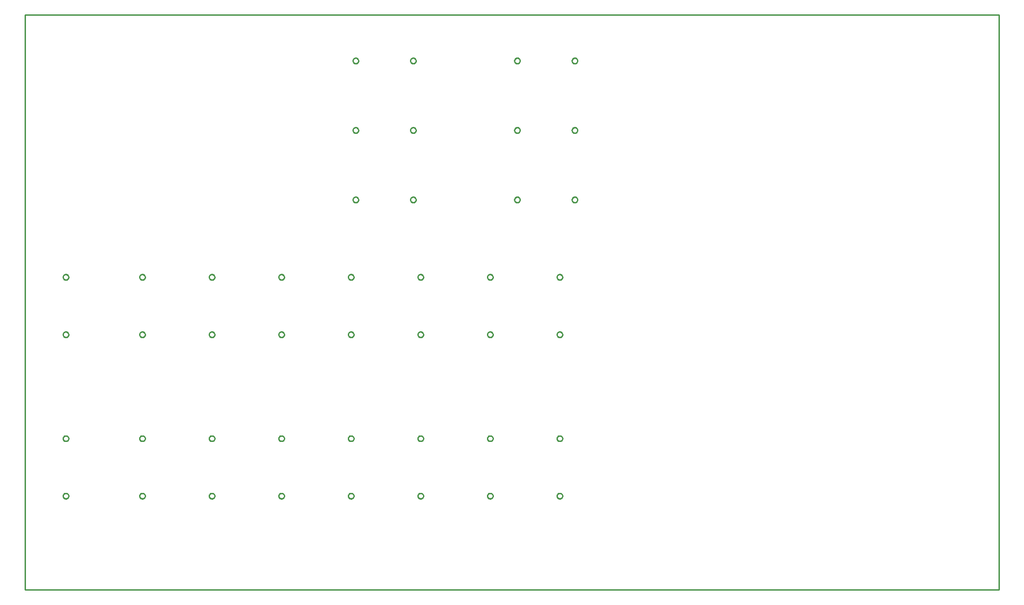
<source format=gbr>
G04 EAGLE Gerber RS-274X export*
G75*
%MOMM*%
%FSLAX34Y34*%
%LPD*%
%IN*%
%IPPOS*%
%AMOC8*
5,1,8,0,0,1.08239X$1,22.5*%
G01*
%ADD10C,0.254000*%


D10*
X-127000Y152400D02*
X1650800Y152400D01*
X1650800Y1203200D01*
X-127000Y1203200D01*
X-127000Y152400D01*
X468281Y329100D02*
X468839Y329037D01*
X469386Y328912D01*
X469916Y328727D01*
X470422Y328483D01*
X470898Y328184D01*
X471337Y327834D01*
X471734Y327437D01*
X472084Y326998D01*
X472383Y326522D01*
X472627Y326016D01*
X472812Y325486D01*
X472937Y324939D01*
X473000Y324381D01*
X473000Y323819D01*
X472937Y323261D01*
X472812Y322714D01*
X472627Y322184D01*
X472383Y321678D01*
X472084Y321202D01*
X471734Y320763D01*
X471337Y320366D01*
X470898Y320016D01*
X470422Y319717D01*
X469916Y319473D01*
X469386Y319288D01*
X468839Y319163D01*
X468281Y319100D01*
X467719Y319100D01*
X467161Y319163D01*
X466614Y319288D01*
X466084Y319473D01*
X465578Y319717D01*
X465102Y320016D01*
X464663Y320366D01*
X464266Y320763D01*
X463916Y321202D01*
X463617Y321678D01*
X463373Y322184D01*
X463188Y322714D01*
X463063Y323261D01*
X463000Y323819D01*
X463000Y324381D01*
X463063Y324939D01*
X463188Y325486D01*
X463373Y326016D01*
X463617Y326522D01*
X463916Y326998D01*
X464266Y327437D01*
X464663Y327834D01*
X465102Y328184D01*
X465578Y328483D01*
X466084Y328727D01*
X466614Y328912D01*
X467161Y329037D01*
X467719Y329100D01*
X468281Y329100D01*
X468281Y434100D02*
X468839Y434037D01*
X469386Y433912D01*
X469916Y433727D01*
X470422Y433483D01*
X470898Y433184D01*
X471337Y432834D01*
X471734Y432437D01*
X472084Y431998D01*
X472383Y431522D01*
X472627Y431016D01*
X472812Y430486D01*
X472937Y429939D01*
X473000Y429381D01*
X473000Y428819D01*
X472937Y428261D01*
X472812Y427714D01*
X472627Y427184D01*
X472383Y426678D01*
X472084Y426202D01*
X471734Y425763D01*
X471337Y425366D01*
X470898Y425016D01*
X470422Y424717D01*
X469916Y424473D01*
X469386Y424288D01*
X468839Y424163D01*
X468281Y424100D01*
X467719Y424100D01*
X467161Y424163D01*
X466614Y424288D01*
X466084Y424473D01*
X465578Y424717D01*
X465102Y425016D01*
X464663Y425366D01*
X464266Y425763D01*
X463916Y426202D01*
X463617Y426678D01*
X463373Y427184D01*
X463188Y427714D01*
X463063Y428261D01*
X463000Y428819D01*
X463000Y429381D01*
X463063Y429939D01*
X463188Y430486D01*
X463373Y431016D01*
X463617Y431522D01*
X463916Y431998D01*
X464266Y432437D01*
X464663Y432834D01*
X465102Y433184D01*
X465578Y433483D01*
X466084Y433727D01*
X466614Y433912D01*
X467161Y434037D01*
X467719Y434100D01*
X468281Y434100D01*
X468281Y624100D02*
X468839Y624037D01*
X469386Y623912D01*
X469916Y623727D01*
X470422Y623483D01*
X470898Y623184D01*
X471337Y622834D01*
X471734Y622437D01*
X472084Y621998D01*
X472383Y621522D01*
X472627Y621016D01*
X472812Y620486D01*
X472937Y619939D01*
X473000Y619381D01*
X473000Y618819D01*
X472937Y618261D01*
X472812Y617714D01*
X472627Y617184D01*
X472383Y616678D01*
X472084Y616202D01*
X471734Y615763D01*
X471337Y615366D01*
X470898Y615016D01*
X470422Y614717D01*
X469916Y614473D01*
X469386Y614288D01*
X468839Y614163D01*
X468281Y614100D01*
X467719Y614100D01*
X467161Y614163D01*
X466614Y614288D01*
X466084Y614473D01*
X465578Y614717D01*
X465102Y615016D01*
X464663Y615366D01*
X464266Y615763D01*
X463916Y616202D01*
X463617Y616678D01*
X463373Y617184D01*
X463188Y617714D01*
X463063Y618261D01*
X463000Y618819D01*
X463000Y619381D01*
X463063Y619939D01*
X463188Y620486D01*
X463373Y621016D01*
X463617Y621522D01*
X463916Y621998D01*
X464266Y622437D01*
X464663Y622834D01*
X465102Y623184D01*
X465578Y623483D01*
X466084Y623727D01*
X466614Y623912D01*
X467161Y624037D01*
X467719Y624100D01*
X468281Y624100D01*
X468281Y729100D02*
X468839Y729037D01*
X469386Y728912D01*
X469916Y728727D01*
X470422Y728483D01*
X470898Y728184D01*
X471337Y727834D01*
X471734Y727437D01*
X472084Y726998D01*
X472383Y726522D01*
X472627Y726016D01*
X472812Y725486D01*
X472937Y724939D01*
X473000Y724381D01*
X473000Y723819D01*
X472937Y723261D01*
X472812Y722714D01*
X472627Y722184D01*
X472383Y721678D01*
X472084Y721202D01*
X471734Y720763D01*
X471337Y720366D01*
X470898Y720016D01*
X470422Y719717D01*
X469916Y719473D01*
X469386Y719288D01*
X468839Y719163D01*
X468281Y719100D01*
X467719Y719100D01*
X467161Y719163D01*
X466614Y719288D01*
X466084Y719473D01*
X465578Y719717D01*
X465102Y720016D01*
X464663Y720366D01*
X464266Y720763D01*
X463916Y721202D01*
X463617Y721678D01*
X463373Y722184D01*
X463188Y722714D01*
X463063Y723261D01*
X463000Y723819D01*
X463000Y724381D01*
X463063Y724939D01*
X463188Y725486D01*
X463373Y726016D01*
X463617Y726522D01*
X463916Y726998D01*
X464266Y727437D01*
X464663Y727834D01*
X465102Y728184D01*
X465578Y728483D01*
X466084Y728727D01*
X466614Y728912D01*
X467161Y729037D01*
X467719Y729100D01*
X468281Y729100D01*
X341281Y329100D02*
X341839Y329037D01*
X342386Y328912D01*
X342916Y328727D01*
X343422Y328483D01*
X343898Y328184D01*
X344337Y327834D01*
X344734Y327437D01*
X345084Y326998D01*
X345383Y326522D01*
X345627Y326016D01*
X345812Y325486D01*
X345937Y324939D01*
X346000Y324381D01*
X346000Y323819D01*
X345937Y323261D01*
X345812Y322714D01*
X345627Y322184D01*
X345383Y321678D01*
X345084Y321202D01*
X344734Y320763D01*
X344337Y320366D01*
X343898Y320016D01*
X343422Y319717D01*
X342916Y319473D01*
X342386Y319288D01*
X341839Y319163D01*
X341281Y319100D01*
X340719Y319100D01*
X340161Y319163D01*
X339614Y319288D01*
X339084Y319473D01*
X338578Y319717D01*
X338102Y320016D01*
X337663Y320366D01*
X337266Y320763D01*
X336916Y321202D01*
X336617Y321678D01*
X336373Y322184D01*
X336188Y322714D01*
X336063Y323261D01*
X336000Y323819D01*
X336000Y324381D01*
X336063Y324939D01*
X336188Y325486D01*
X336373Y326016D01*
X336617Y326522D01*
X336916Y326998D01*
X337266Y327437D01*
X337663Y327834D01*
X338102Y328184D01*
X338578Y328483D01*
X339084Y328727D01*
X339614Y328912D01*
X340161Y329037D01*
X340719Y329100D01*
X341281Y329100D01*
X341281Y434100D02*
X341839Y434037D01*
X342386Y433912D01*
X342916Y433727D01*
X343422Y433483D01*
X343898Y433184D01*
X344337Y432834D01*
X344734Y432437D01*
X345084Y431998D01*
X345383Y431522D01*
X345627Y431016D01*
X345812Y430486D01*
X345937Y429939D01*
X346000Y429381D01*
X346000Y428819D01*
X345937Y428261D01*
X345812Y427714D01*
X345627Y427184D01*
X345383Y426678D01*
X345084Y426202D01*
X344734Y425763D01*
X344337Y425366D01*
X343898Y425016D01*
X343422Y424717D01*
X342916Y424473D01*
X342386Y424288D01*
X341839Y424163D01*
X341281Y424100D01*
X340719Y424100D01*
X340161Y424163D01*
X339614Y424288D01*
X339084Y424473D01*
X338578Y424717D01*
X338102Y425016D01*
X337663Y425366D01*
X337266Y425763D01*
X336916Y426202D01*
X336617Y426678D01*
X336373Y427184D01*
X336188Y427714D01*
X336063Y428261D01*
X336000Y428819D01*
X336000Y429381D01*
X336063Y429939D01*
X336188Y430486D01*
X336373Y431016D01*
X336617Y431522D01*
X336916Y431998D01*
X337266Y432437D01*
X337663Y432834D01*
X338102Y433184D01*
X338578Y433483D01*
X339084Y433727D01*
X339614Y433912D01*
X340161Y434037D01*
X340719Y434100D01*
X341281Y434100D01*
X341281Y624100D02*
X341839Y624037D01*
X342386Y623912D01*
X342916Y623727D01*
X343422Y623483D01*
X343898Y623184D01*
X344337Y622834D01*
X344734Y622437D01*
X345084Y621998D01*
X345383Y621522D01*
X345627Y621016D01*
X345812Y620486D01*
X345937Y619939D01*
X346000Y619381D01*
X346000Y618819D01*
X345937Y618261D01*
X345812Y617714D01*
X345627Y617184D01*
X345383Y616678D01*
X345084Y616202D01*
X344734Y615763D01*
X344337Y615366D01*
X343898Y615016D01*
X343422Y614717D01*
X342916Y614473D01*
X342386Y614288D01*
X341839Y614163D01*
X341281Y614100D01*
X340719Y614100D01*
X340161Y614163D01*
X339614Y614288D01*
X339084Y614473D01*
X338578Y614717D01*
X338102Y615016D01*
X337663Y615366D01*
X337266Y615763D01*
X336916Y616202D01*
X336617Y616678D01*
X336373Y617184D01*
X336188Y617714D01*
X336063Y618261D01*
X336000Y618819D01*
X336000Y619381D01*
X336063Y619939D01*
X336188Y620486D01*
X336373Y621016D01*
X336617Y621522D01*
X336916Y621998D01*
X337266Y622437D01*
X337663Y622834D01*
X338102Y623184D01*
X338578Y623483D01*
X339084Y623727D01*
X339614Y623912D01*
X340161Y624037D01*
X340719Y624100D01*
X341281Y624100D01*
X341281Y729100D02*
X341839Y729037D01*
X342386Y728912D01*
X342916Y728727D01*
X343422Y728483D01*
X343898Y728184D01*
X344337Y727834D01*
X344734Y727437D01*
X345084Y726998D01*
X345383Y726522D01*
X345627Y726016D01*
X345812Y725486D01*
X345937Y724939D01*
X346000Y724381D01*
X346000Y723819D01*
X345937Y723261D01*
X345812Y722714D01*
X345627Y722184D01*
X345383Y721678D01*
X345084Y721202D01*
X344734Y720763D01*
X344337Y720366D01*
X343898Y720016D01*
X343422Y719717D01*
X342916Y719473D01*
X342386Y719288D01*
X341839Y719163D01*
X341281Y719100D01*
X340719Y719100D01*
X340161Y719163D01*
X339614Y719288D01*
X339084Y719473D01*
X338578Y719717D01*
X338102Y720016D01*
X337663Y720366D01*
X337266Y720763D01*
X336916Y721202D01*
X336617Y721678D01*
X336373Y722184D01*
X336188Y722714D01*
X336063Y723261D01*
X336000Y723819D01*
X336000Y724381D01*
X336063Y724939D01*
X336188Y725486D01*
X336373Y726016D01*
X336617Y726522D01*
X336916Y726998D01*
X337266Y727437D01*
X337663Y727834D01*
X338102Y728184D01*
X338578Y728483D01*
X339084Y728727D01*
X339614Y728912D01*
X340161Y729037D01*
X340719Y729100D01*
X341281Y729100D01*
X214281Y329100D02*
X214839Y329037D01*
X215386Y328912D01*
X215916Y328727D01*
X216422Y328483D01*
X216898Y328184D01*
X217337Y327834D01*
X217734Y327437D01*
X218084Y326998D01*
X218383Y326522D01*
X218627Y326016D01*
X218812Y325486D01*
X218937Y324939D01*
X219000Y324381D01*
X219000Y323819D01*
X218937Y323261D01*
X218812Y322714D01*
X218627Y322184D01*
X218383Y321678D01*
X218084Y321202D01*
X217734Y320763D01*
X217337Y320366D01*
X216898Y320016D01*
X216422Y319717D01*
X215916Y319473D01*
X215386Y319288D01*
X214839Y319163D01*
X214281Y319100D01*
X213719Y319100D01*
X213161Y319163D01*
X212614Y319288D01*
X212084Y319473D01*
X211578Y319717D01*
X211102Y320016D01*
X210663Y320366D01*
X210266Y320763D01*
X209916Y321202D01*
X209617Y321678D01*
X209373Y322184D01*
X209188Y322714D01*
X209063Y323261D01*
X209000Y323819D01*
X209000Y324381D01*
X209063Y324939D01*
X209188Y325486D01*
X209373Y326016D01*
X209617Y326522D01*
X209916Y326998D01*
X210266Y327437D01*
X210663Y327834D01*
X211102Y328184D01*
X211578Y328483D01*
X212084Y328727D01*
X212614Y328912D01*
X213161Y329037D01*
X213719Y329100D01*
X214281Y329100D01*
X214281Y434100D02*
X214839Y434037D01*
X215386Y433912D01*
X215916Y433727D01*
X216422Y433483D01*
X216898Y433184D01*
X217337Y432834D01*
X217734Y432437D01*
X218084Y431998D01*
X218383Y431522D01*
X218627Y431016D01*
X218812Y430486D01*
X218937Y429939D01*
X219000Y429381D01*
X219000Y428819D01*
X218937Y428261D01*
X218812Y427714D01*
X218627Y427184D01*
X218383Y426678D01*
X218084Y426202D01*
X217734Y425763D01*
X217337Y425366D01*
X216898Y425016D01*
X216422Y424717D01*
X215916Y424473D01*
X215386Y424288D01*
X214839Y424163D01*
X214281Y424100D01*
X213719Y424100D01*
X213161Y424163D01*
X212614Y424288D01*
X212084Y424473D01*
X211578Y424717D01*
X211102Y425016D01*
X210663Y425366D01*
X210266Y425763D01*
X209916Y426202D01*
X209617Y426678D01*
X209373Y427184D01*
X209188Y427714D01*
X209063Y428261D01*
X209000Y428819D01*
X209000Y429381D01*
X209063Y429939D01*
X209188Y430486D01*
X209373Y431016D01*
X209617Y431522D01*
X209916Y431998D01*
X210266Y432437D01*
X210663Y432834D01*
X211102Y433184D01*
X211578Y433483D01*
X212084Y433727D01*
X212614Y433912D01*
X213161Y434037D01*
X213719Y434100D01*
X214281Y434100D01*
X214281Y624100D02*
X214839Y624037D01*
X215386Y623912D01*
X215916Y623727D01*
X216422Y623483D01*
X216898Y623184D01*
X217337Y622834D01*
X217734Y622437D01*
X218084Y621998D01*
X218383Y621522D01*
X218627Y621016D01*
X218812Y620486D01*
X218937Y619939D01*
X219000Y619381D01*
X219000Y618819D01*
X218937Y618261D01*
X218812Y617714D01*
X218627Y617184D01*
X218383Y616678D01*
X218084Y616202D01*
X217734Y615763D01*
X217337Y615366D01*
X216898Y615016D01*
X216422Y614717D01*
X215916Y614473D01*
X215386Y614288D01*
X214839Y614163D01*
X214281Y614100D01*
X213719Y614100D01*
X213161Y614163D01*
X212614Y614288D01*
X212084Y614473D01*
X211578Y614717D01*
X211102Y615016D01*
X210663Y615366D01*
X210266Y615763D01*
X209916Y616202D01*
X209617Y616678D01*
X209373Y617184D01*
X209188Y617714D01*
X209063Y618261D01*
X209000Y618819D01*
X209000Y619381D01*
X209063Y619939D01*
X209188Y620486D01*
X209373Y621016D01*
X209617Y621522D01*
X209916Y621998D01*
X210266Y622437D01*
X210663Y622834D01*
X211102Y623184D01*
X211578Y623483D01*
X212084Y623727D01*
X212614Y623912D01*
X213161Y624037D01*
X213719Y624100D01*
X214281Y624100D01*
X214281Y729100D02*
X214839Y729037D01*
X215386Y728912D01*
X215916Y728727D01*
X216422Y728483D01*
X216898Y728184D01*
X217337Y727834D01*
X217734Y727437D01*
X218084Y726998D01*
X218383Y726522D01*
X218627Y726016D01*
X218812Y725486D01*
X218937Y724939D01*
X219000Y724381D01*
X219000Y723819D01*
X218937Y723261D01*
X218812Y722714D01*
X218627Y722184D01*
X218383Y721678D01*
X218084Y721202D01*
X217734Y720763D01*
X217337Y720366D01*
X216898Y720016D01*
X216422Y719717D01*
X215916Y719473D01*
X215386Y719288D01*
X214839Y719163D01*
X214281Y719100D01*
X213719Y719100D01*
X213161Y719163D01*
X212614Y719288D01*
X212084Y719473D01*
X211578Y719717D01*
X211102Y720016D01*
X210663Y720366D01*
X210266Y720763D01*
X209916Y721202D01*
X209617Y721678D01*
X209373Y722184D01*
X209188Y722714D01*
X209063Y723261D01*
X209000Y723819D01*
X209000Y724381D01*
X209063Y724939D01*
X209188Y725486D01*
X209373Y726016D01*
X209617Y726522D01*
X209916Y726998D01*
X210266Y727437D01*
X210663Y727834D01*
X211102Y728184D01*
X211578Y728483D01*
X212084Y728727D01*
X212614Y728912D01*
X213161Y729037D01*
X213719Y729100D01*
X214281Y729100D01*
X87281Y329100D02*
X87839Y329037D01*
X88386Y328912D01*
X88916Y328727D01*
X89422Y328483D01*
X89898Y328184D01*
X90337Y327834D01*
X90734Y327437D01*
X91084Y326998D01*
X91383Y326522D01*
X91627Y326016D01*
X91812Y325486D01*
X91937Y324939D01*
X92000Y324381D01*
X92000Y323819D01*
X91937Y323261D01*
X91812Y322714D01*
X91627Y322184D01*
X91383Y321678D01*
X91084Y321202D01*
X90734Y320763D01*
X90337Y320366D01*
X89898Y320016D01*
X89422Y319717D01*
X88916Y319473D01*
X88386Y319288D01*
X87839Y319163D01*
X87281Y319100D01*
X86719Y319100D01*
X86161Y319163D01*
X85614Y319288D01*
X85084Y319473D01*
X84578Y319717D01*
X84102Y320016D01*
X83663Y320366D01*
X83266Y320763D01*
X82916Y321202D01*
X82617Y321678D01*
X82373Y322184D01*
X82188Y322714D01*
X82063Y323261D01*
X82000Y323819D01*
X82000Y324381D01*
X82063Y324939D01*
X82188Y325486D01*
X82373Y326016D01*
X82617Y326522D01*
X82916Y326998D01*
X83266Y327437D01*
X83663Y327834D01*
X84102Y328184D01*
X84578Y328483D01*
X85084Y328727D01*
X85614Y328912D01*
X86161Y329037D01*
X86719Y329100D01*
X87281Y329100D01*
X87281Y434100D02*
X87839Y434037D01*
X88386Y433912D01*
X88916Y433727D01*
X89422Y433483D01*
X89898Y433184D01*
X90337Y432834D01*
X90734Y432437D01*
X91084Y431998D01*
X91383Y431522D01*
X91627Y431016D01*
X91812Y430486D01*
X91937Y429939D01*
X92000Y429381D01*
X92000Y428819D01*
X91937Y428261D01*
X91812Y427714D01*
X91627Y427184D01*
X91383Y426678D01*
X91084Y426202D01*
X90734Y425763D01*
X90337Y425366D01*
X89898Y425016D01*
X89422Y424717D01*
X88916Y424473D01*
X88386Y424288D01*
X87839Y424163D01*
X87281Y424100D01*
X86719Y424100D01*
X86161Y424163D01*
X85614Y424288D01*
X85084Y424473D01*
X84578Y424717D01*
X84102Y425016D01*
X83663Y425366D01*
X83266Y425763D01*
X82916Y426202D01*
X82617Y426678D01*
X82373Y427184D01*
X82188Y427714D01*
X82063Y428261D01*
X82000Y428819D01*
X82000Y429381D01*
X82063Y429939D01*
X82188Y430486D01*
X82373Y431016D01*
X82617Y431522D01*
X82916Y431998D01*
X83266Y432437D01*
X83663Y432834D01*
X84102Y433184D01*
X84578Y433483D01*
X85084Y433727D01*
X85614Y433912D01*
X86161Y434037D01*
X86719Y434100D01*
X87281Y434100D01*
X87281Y624100D02*
X87839Y624037D01*
X88386Y623912D01*
X88916Y623727D01*
X89422Y623483D01*
X89898Y623184D01*
X90337Y622834D01*
X90734Y622437D01*
X91084Y621998D01*
X91383Y621522D01*
X91627Y621016D01*
X91812Y620486D01*
X91937Y619939D01*
X92000Y619381D01*
X92000Y618819D01*
X91937Y618261D01*
X91812Y617714D01*
X91627Y617184D01*
X91383Y616678D01*
X91084Y616202D01*
X90734Y615763D01*
X90337Y615366D01*
X89898Y615016D01*
X89422Y614717D01*
X88916Y614473D01*
X88386Y614288D01*
X87839Y614163D01*
X87281Y614100D01*
X86719Y614100D01*
X86161Y614163D01*
X85614Y614288D01*
X85084Y614473D01*
X84578Y614717D01*
X84102Y615016D01*
X83663Y615366D01*
X83266Y615763D01*
X82916Y616202D01*
X82617Y616678D01*
X82373Y617184D01*
X82188Y617714D01*
X82063Y618261D01*
X82000Y618819D01*
X82000Y619381D01*
X82063Y619939D01*
X82188Y620486D01*
X82373Y621016D01*
X82617Y621522D01*
X82916Y621998D01*
X83266Y622437D01*
X83663Y622834D01*
X84102Y623184D01*
X84578Y623483D01*
X85084Y623727D01*
X85614Y623912D01*
X86161Y624037D01*
X86719Y624100D01*
X87281Y624100D01*
X87281Y729100D02*
X87839Y729037D01*
X88386Y728912D01*
X88916Y728727D01*
X89422Y728483D01*
X89898Y728184D01*
X90337Y727834D01*
X90734Y727437D01*
X91084Y726998D01*
X91383Y726522D01*
X91627Y726016D01*
X91812Y725486D01*
X91937Y724939D01*
X92000Y724381D01*
X92000Y723819D01*
X91937Y723261D01*
X91812Y722714D01*
X91627Y722184D01*
X91383Y721678D01*
X91084Y721202D01*
X90734Y720763D01*
X90337Y720366D01*
X89898Y720016D01*
X89422Y719717D01*
X88916Y719473D01*
X88386Y719288D01*
X87839Y719163D01*
X87281Y719100D01*
X86719Y719100D01*
X86161Y719163D01*
X85614Y719288D01*
X85084Y719473D01*
X84578Y719717D01*
X84102Y720016D01*
X83663Y720366D01*
X83266Y720763D01*
X82916Y721202D01*
X82617Y721678D01*
X82373Y722184D01*
X82188Y722714D01*
X82063Y723261D01*
X82000Y723819D01*
X82000Y724381D01*
X82063Y724939D01*
X82188Y725486D01*
X82373Y726016D01*
X82617Y726522D01*
X82916Y726998D01*
X83266Y727437D01*
X83663Y727834D01*
X84102Y728184D01*
X84578Y728483D01*
X85084Y728727D01*
X85614Y728912D01*
X86161Y729037D01*
X86719Y729100D01*
X87281Y729100D01*
X-52419Y329100D02*
X-51861Y329037D01*
X-51314Y328912D01*
X-50784Y328727D01*
X-50278Y328483D01*
X-49802Y328184D01*
X-49363Y327834D01*
X-48966Y327437D01*
X-48616Y326998D01*
X-48317Y326522D01*
X-48073Y326016D01*
X-47888Y325486D01*
X-47763Y324939D01*
X-47700Y324381D01*
X-47700Y323819D01*
X-47763Y323261D01*
X-47888Y322714D01*
X-48073Y322184D01*
X-48317Y321678D01*
X-48616Y321202D01*
X-48966Y320763D01*
X-49363Y320366D01*
X-49802Y320016D01*
X-50278Y319717D01*
X-50784Y319473D01*
X-51314Y319288D01*
X-51861Y319163D01*
X-52419Y319100D01*
X-52981Y319100D01*
X-53539Y319163D01*
X-54086Y319288D01*
X-54616Y319473D01*
X-55122Y319717D01*
X-55598Y320016D01*
X-56037Y320366D01*
X-56434Y320763D01*
X-56784Y321202D01*
X-57083Y321678D01*
X-57327Y322184D01*
X-57512Y322714D01*
X-57637Y323261D01*
X-57700Y323819D01*
X-57700Y324381D01*
X-57637Y324939D01*
X-57512Y325486D01*
X-57327Y326016D01*
X-57083Y326522D01*
X-56784Y326998D01*
X-56434Y327437D01*
X-56037Y327834D01*
X-55598Y328184D01*
X-55122Y328483D01*
X-54616Y328727D01*
X-54086Y328912D01*
X-53539Y329037D01*
X-52981Y329100D01*
X-52419Y329100D01*
X-52419Y434100D02*
X-51861Y434037D01*
X-51314Y433912D01*
X-50784Y433727D01*
X-50278Y433483D01*
X-49802Y433184D01*
X-49363Y432834D01*
X-48966Y432437D01*
X-48616Y431998D01*
X-48317Y431522D01*
X-48073Y431016D01*
X-47888Y430486D01*
X-47763Y429939D01*
X-47700Y429381D01*
X-47700Y428819D01*
X-47763Y428261D01*
X-47888Y427714D01*
X-48073Y427184D01*
X-48317Y426678D01*
X-48616Y426202D01*
X-48966Y425763D01*
X-49363Y425366D01*
X-49802Y425016D01*
X-50278Y424717D01*
X-50784Y424473D01*
X-51314Y424288D01*
X-51861Y424163D01*
X-52419Y424100D01*
X-52981Y424100D01*
X-53539Y424163D01*
X-54086Y424288D01*
X-54616Y424473D01*
X-55122Y424717D01*
X-55598Y425016D01*
X-56037Y425366D01*
X-56434Y425763D01*
X-56784Y426202D01*
X-57083Y426678D01*
X-57327Y427184D01*
X-57512Y427714D01*
X-57637Y428261D01*
X-57700Y428819D01*
X-57700Y429381D01*
X-57637Y429939D01*
X-57512Y430486D01*
X-57327Y431016D01*
X-57083Y431522D01*
X-56784Y431998D01*
X-56434Y432437D01*
X-56037Y432834D01*
X-55598Y433184D01*
X-55122Y433483D01*
X-54616Y433727D01*
X-54086Y433912D01*
X-53539Y434037D01*
X-52981Y434100D01*
X-52419Y434100D01*
X-52419Y624100D02*
X-51861Y624037D01*
X-51314Y623912D01*
X-50784Y623727D01*
X-50278Y623483D01*
X-49802Y623184D01*
X-49363Y622834D01*
X-48966Y622437D01*
X-48616Y621998D01*
X-48317Y621522D01*
X-48073Y621016D01*
X-47888Y620486D01*
X-47763Y619939D01*
X-47700Y619381D01*
X-47700Y618819D01*
X-47763Y618261D01*
X-47888Y617714D01*
X-48073Y617184D01*
X-48317Y616678D01*
X-48616Y616202D01*
X-48966Y615763D01*
X-49363Y615366D01*
X-49802Y615016D01*
X-50278Y614717D01*
X-50784Y614473D01*
X-51314Y614288D01*
X-51861Y614163D01*
X-52419Y614100D01*
X-52981Y614100D01*
X-53539Y614163D01*
X-54086Y614288D01*
X-54616Y614473D01*
X-55122Y614717D01*
X-55598Y615016D01*
X-56037Y615366D01*
X-56434Y615763D01*
X-56784Y616202D01*
X-57083Y616678D01*
X-57327Y617184D01*
X-57512Y617714D01*
X-57637Y618261D01*
X-57700Y618819D01*
X-57700Y619381D01*
X-57637Y619939D01*
X-57512Y620486D01*
X-57327Y621016D01*
X-57083Y621522D01*
X-56784Y621998D01*
X-56434Y622437D01*
X-56037Y622834D01*
X-55598Y623184D01*
X-55122Y623483D01*
X-54616Y623727D01*
X-54086Y623912D01*
X-53539Y624037D01*
X-52981Y624100D01*
X-52419Y624100D01*
X-52419Y729100D02*
X-51861Y729037D01*
X-51314Y728912D01*
X-50784Y728727D01*
X-50278Y728483D01*
X-49802Y728184D01*
X-49363Y727834D01*
X-48966Y727437D01*
X-48616Y726998D01*
X-48317Y726522D01*
X-48073Y726016D01*
X-47888Y725486D01*
X-47763Y724939D01*
X-47700Y724381D01*
X-47700Y723819D01*
X-47763Y723261D01*
X-47888Y722714D01*
X-48073Y722184D01*
X-48317Y721678D01*
X-48616Y721202D01*
X-48966Y720763D01*
X-49363Y720366D01*
X-49802Y720016D01*
X-50278Y719717D01*
X-50784Y719473D01*
X-51314Y719288D01*
X-51861Y719163D01*
X-52419Y719100D01*
X-52981Y719100D01*
X-53539Y719163D01*
X-54086Y719288D01*
X-54616Y719473D01*
X-55122Y719717D01*
X-55598Y720016D01*
X-56037Y720366D01*
X-56434Y720763D01*
X-56784Y721202D01*
X-57083Y721678D01*
X-57327Y722184D01*
X-57512Y722714D01*
X-57637Y723261D01*
X-57700Y723819D01*
X-57700Y724381D01*
X-57637Y724939D01*
X-57512Y725486D01*
X-57327Y726016D01*
X-57083Y726522D01*
X-56784Y726998D01*
X-56434Y727437D01*
X-56037Y727834D01*
X-55598Y728184D01*
X-55122Y728483D01*
X-54616Y728727D01*
X-54086Y728912D01*
X-53539Y729037D01*
X-52981Y729100D01*
X-52419Y729100D01*
X481500Y992219D02*
X481437Y991661D01*
X481312Y991114D01*
X481127Y990584D01*
X480883Y990078D01*
X480584Y989602D01*
X480234Y989163D01*
X479837Y988766D01*
X479398Y988416D01*
X478922Y988117D01*
X478416Y987873D01*
X477886Y987688D01*
X477339Y987563D01*
X476781Y987500D01*
X476219Y987500D01*
X475661Y987563D01*
X475114Y987688D01*
X474584Y987873D01*
X474078Y988117D01*
X473602Y988416D01*
X473163Y988766D01*
X472766Y989163D01*
X472416Y989602D01*
X472117Y990078D01*
X471873Y990584D01*
X471688Y991114D01*
X471563Y991661D01*
X471500Y992219D01*
X471500Y992781D01*
X471563Y993339D01*
X471688Y993886D01*
X471873Y994416D01*
X472117Y994922D01*
X472416Y995398D01*
X472766Y995837D01*
X473163Y996234D01*
X473602Y996584D01*
X474078Y996883D01*
X474584Y997127D01*
X475114Y997312D01*
X475661Y997437D01*
X476219Y997500D01*
X476781Y997500D01*
X477339Y997437D01*
X477886Y997312D01*
X478416Y997127D01*
X478922Y996883D01*
X479398Y996584D01*
X479837Y996234D01*
X480234Y995837D01*
X480584Y995398D01*
X480883Y994922D01*
X481127Y994416D01*
X481312Y993886D01*
X481437Y993339D01*
X481500Y992781D01*
X481500Y992219D01*
X586500Y992219D02*
X586437Y991661D01*
X586312Y991114D01*
X586127Y990584D01*
X585883Y990078D01*
X585584Y989602D01*
X585234Y989163D01*
X584837Y988766D01*
X584398Y988416D01*
X583922Y988117D01*
X583416Y987873D01*
X582886Y987688D01*
X582339Y987563D01*
X581781Y987500D01*
X581219Y987500D01*
X580661Y987563D01*
X580114Y987688D01*
X579584Y987873D01*
X579078Y988117D01*
X578602Y988416D01*
X578163Y988766D01*
X577766Y989163D01*
X577416Y989602D01*
X577117Y990078D01*
X576873Y990584D01*
X576688Y991114D01*
X576563Y991661D01*
X576500Y992219D01*
X576500Y992781D01*
X576563Y993339D01*
X576688Y993886D01*
X576873Y994416D01*
X577117Y994922D01*
X577416Y995398D01*
X577766Y995837D01*
X578163Y996234D01*
X578602Y996584D01*
X579078Y996883D01*
X579584Y997127D01*
X580114Y997312D01*
X580661Y997437D01*
X581219Y997500D01*
X581781Y997500D01*
X582339Y997437D01*
X582886Y997312D01*
X583416Y997127D01*
X583922Y996883D01*
X584398Y996584D01*
X584837Y996234D01*
X585234Y995837D01*
X585584Y995398D01*
X585883Y994922D01*
X586127Y994416D01*
X586312Y993886D01*
X586437Y993339D01*
X586500Y992781D01*
X586500Y992219D01*
X776500Y992219D02*
X776437Y991661D01*
X776312Y991114D01*
X776127Y990584D01*
X775883Y990078D01*
X775584Y989602D01*
X775234Y989163D01*
X774837Y988766D01*
X774398Y988416D01*
X773922Y988117D01*
X773416Y987873D01*
X772886Y987688D01*
X772339Y987563D01*
X771781Y987500D01*
X771219Y987500D01*
X770661Y987563D01*
X770114Y987688D01*
X769584Y987873D01*
X769078Y988117D01*
X768602Y988416D01*
X768163Y988766D01*
X767766Y989163D01*
X767416Y989602D01*
X767117Y990078D01*
X766873Y990584D01*
X766688Y991114D01*
X766563Y991661D01*
X766500Y992219D01*
X766500Y992781D01*
X766563Y993339D01*
X766688Y993886D01*
X766873Y994416D01*
X767117Y994922D01*
X767416Y995398D01*
X767766Y995837D01*
X768163Y996234D01*
X768602Y996584D01*
X769078Y996883D01*
X769584Y997127D01*
X770114Y997312D01*
X770661Y997437D01*
X771219Y997500D01*
X771781Y997500D01*
X772339Y997437D01*
X772886Y997312D01*
X773416Y997127D01*
X773922Y996883D01*
X774398Y996584D01*
X774837Y996234D01*
X775234Y995837D01*
X775584Y995398D01*
X775883Y994922D01*
X776127Y994416D01*
X776312Y993886D01*
X776437Y993339D01*
X776500Y992781D01*
X776500Y992219D01*
X881500Y992219D02*
X881437Y991661D01*
X881312Y991114D01*
X881127Y990584D01*
X880883Y990078D01*
X880584Y989602D01*
X880234Y989163D01*
X879837Y988766D01*
X879398Y988416D01*
X878922Y988117D01*
X878416Y987873D01*
X877886Y987688D01*
X877339Y987563D01*
X876781Y987500D01*
X876219Y987500D01*
X875661Y987563D01*
X875114Y987688D01*
X874584Y987873D01*
X874078Y988117D01*
X873602Y988416D01*
X873163Y988766D01*
X872766Y989163D01*
X872416Y989602D01*
X872117Y990078D01*
X871873Y990584D01*
X871688Y991114D01*
X871563Y991661D01*
X871500Y992219D01*
X871500Y992781D01*
X871563Y993339D01*
X871688Y993886D01*
X871873Y994416D01*
X872117Y994922D01*
X872416Y995398D01*
X872766Y995837D01*
X873163Y996234D01*
X873602Y996584D01*
X874078Y996883D01*
X874584Y997127D01*
X875114Y997312D01*
X875661Y997437D01*
X876219Y997500D01*
X876781Y997500D01*
X877339Y997437D01*
X877886Y997312D01*
X878416Y997127D01*
X878922Y996883D01*
X879398Y996584D01*
X879837Y996234D01*
X880234Y995837D01*
X880584Y995398D01*
X880883Y994922D01*
X881127Y994416D01*
X881312Y993886D01*
X881437Y993339D01*
X881500Y992781D01*
X881500Y992219D01*
X481500Y1119219D02*
X481437Y1118661D01*
X481312Y1118114D01*
X481127Y1117584D01*
X480883Y1117078D01*
X480584Y1116602D01*
X480234Y1116163D01*
X479837Y1115766D01*
X479398Y1115416D01*
X478922Y1115117D01*
X478416Y1114873D01*
X477886Y1114688D01*
X477339Y1114563D01*
X476781Y1114500D01*
X476219Y1114500D01*
X475661Y1114563D01*
X475114Y1114688D01*
X474584Y1114873D01*
X474078Y1115117D01*
X473602Y1115416D01*
X473163Y1115766D01*
X472766Y1116163D01*
X472416Y1116602D01*
X472117Y1117078D01*
X471873Y1117584D01*
X471688Y1118114D01*
X471563Y1118661D01*
X471500Y1119219D01*
X471500Y1119781D01*
X471563Y1120339D01*
X471688Y1120886D01*
X471873Y1121416D01*
X472117Y1121922D01*
X472416Y1122398D01*
X472766Y1122837D01*
X473163Y1123234D01*
X473602Y1123584D01*
X474078Y1123883D01*
X474584Y1124127D01*
X475114Y1124312D01*
X475661Y1124437D01*
X476219Y1124500D01*
X476781Y1124500D01*
X477339Y1124437D01*
X477886Y1124312D01*
X478416Y1124127D01*
X478922Y1123883D01*
X479398Y1123584D01*
X479837Y1123234D01*
X480234Y1122837D01*
X480584Y1122398D01*
X480883Y1121922D01*
X481127Y1121416D01*
X481312Y1120886D01*
X481437Y1120339D01*
X481500Y1119781D01*
X481500Y1119219D01*
X586500Y1119219D02*
X586437Y1118661D01*
X586312Y1118114D01*
X586127Y1117584D01*
X585883Y1117078D01*
X585584Y1116602D01*
X585234Y1116163D01*
X584837Y1115766D01*
X584398Y1115416D01*
X583922Y1115117D01*
X583416Y1114873D01*
X582886Y1114688D01*
X582339Y1114563D01*
X581781Y1114500D01*
X581219Y1114500D01*
X580661Y1114563D01*
X580114Y1114688D01*
X579584Y1114873D01*
X579078Y1115117D01*
X578602Y1115416D01*
X578163Y1115766D01*
X577766Y1116163D01*
X577416Y1116602D01*
X577117Y1117078D01*
X576873Y1117584D01*
X576688Y1118114D01*
X576563Y1118661D01*
X576500Y1119219D01*
X576500Y1119781D01*
X576563Y1120339D01*
X576688Y1120886D01*
X576873Y1121416D01*
X577117Y1121922D01*
X577416Y1122398D01*
X577766Y1122837D01*
X578163Y1123234D01*
X578602Y1123584D01*
X579078Y1123883D01*
X579584Y1124127D01*
X580114Y1124312D01*
X580661Y1124437D01*
X581219Y1124500D01*
X581781Y1124500D01*
X582339Y1124437D01*
X582886Y1124312D01*
X583416Y1124127D01*
X583922Y1123883D01*
X584398Y1123584D01*
X584837Y1123234D01*
X585234Y1122837D01*
X585584Y1122398D01*
X585883Y1121922D01*
X586127Y1121416D01*
X586312Y1120886D01*
X586437Y1120339D01*
X586500Y1119781D01*
X586500Y1119219D01*
X776500Y1119219D02*
X776437Y1118661D01*
X776312Y1118114D01*
X776127Y1117584D01*
X775883Y1117078D01*
X775584Y1116602D01*
X775234Y1116163D01*
X774837Y1115766D01*
X774398Y1115416D01*
X773922Y1115117D01*
X773416Y1114873D01*
X772886Y1114688D01*
X772339Y1114563D01*
X771781Y1114500D01*
X771219Y1114500D01*
X770661Y1114563D01*
X770114Y1114688D01*
X769584Y1114873D01*
X769078Y1115117D01*
X768602Y1115416D01*
X768163Y1115766D01*
X767766Y1116163D01*
X767416Y1116602D01*
X767117Y1117078D01*
X766873Y1117584D01*
X766688Y1118114D01*
X766563Y1118661D01*
X766500Y1119219D01*
X766500Y1119781D01*
X766563Y1120339D01*
X766688Y1120886D01*
X766873Y1121416D01*
X767117Y1121922D01*
X767416Y1122398D01*
X767766Y1122837D01*
X768163Y1123234D01*
X768602Y1123584D01*
X769078Y1123883D01*
X769584Y1124127D01*
X770114Y1124312D01*
X770661Y1124437D01*
X771219Y1124500D01*
X771781Y1124500D01*
X772339Y1124437D01*
X772886Y1124312D01*
X773416Y1124127D01*
X773922Y1123883D01*
X774398Y1123584D01*
X774837Y1123234D01*
X775234Y1122837D01*
X775584Y1122398D01*
X775883Y1121922D01*
X776127Y1121416D01*
X776312Y1120886D01*
X776437Y1120339D01*
X776500Y1119781D01*
X776500Y1119219D01*
X881500Y1119219D02*
X881437Y1118661D01*
X881312Y1118114D01*
X881127Y1117584D01*
X880883Y1117078D01*
X880584Y1116602D01*
X880234Y1116163D01*
X879837Y1115766D01*
X879398Y1115416D01*
X878922Y1115117D01*
X878416Y1114873D01*
X877886Y1114688D01*
X877339Y1114563D01*
X876781Y1114500D01*
X876219Y1114500D01*
X875661Y1114563D01*
X875114Y1114688D01*
X874584Y1114873D01*
X874078Y1115117D01*
X873602Y1115416D01*
X873163Y1115766D01*
X872766Y1116163D01*
X872416Y1116602D01*
X872117Y1117078D01*
X871873Y1117584D01*
X871688Y1118114D01*
X871563Y1118661D01*
X871500Y1119219D01*
X871500Y1119781D01*
X871563Y1120339D01*
X871688Y1120886D01*
X871873Y1121416D01*
X872117Y1121922D01*
X872416Y1122398D01*
X872766Y1122837D01*
X873163Y1123234D01*
X873602Y1123584D01*
X874078Y1123883D01*
X874584Y1124127D01*
X875114Y1124312D01*
X875661Y1124437D01*
X876219Y1124500D01*
X876781Y1124500D01*
X877339Y1124437D01*
X877886Y1124312D01*
X878416Y1124127D01*
X878922Y1123883D01*
X879398Y1123584D01*
X879837Y1123234D01*
X880234Y1122837D01*
X880584Y1122398D01*
X880883Y1121922D01*
X881127Y1121416D01*
X881312Y1120886D01*
X881437Y1120339D01*
X881500Y1119781D01*
X881500Y1119219D01*
X481500Y865219D02*
X481437Y864661D01*
X481312Y864114D01*
X481127Y863584D01*
X480883Y863078D01*
X480584Y862602D01*
X480234Y862163D01*
X479837Y861766D01*
X479398Y861416D01*
X478922Y861117D01*
X478416Y860873D01*
X477886Y860688D01*
X477339Y860563D01*
X476781Y860500D01*
X476219Y860500D01*
X475661Y860563D01*
X475114Y860688D01*
X474584Y860873D01*
X474078Y861117D01*
X473602Y861416D01*
X473163Y861766D01*
X472766Y862163D01*
X472416Y862602D01*
X472117Y863078D01*
X471873Y863584D01*
X471688Y864114D01*
X471563Y864661D01*
X471500Y865219D01*
X471500Y865781D01*
X471563Y866339D01*
X471688Y866886D01*
X471873Y867416D01*
X472117Y867922D01*
X472416Y868398D01*
X472766Y868837D01*
X473163Y869234D01*
X473602Y869584D01*
X474078Y869883D01*
X474584Y870127D01*
X475114Y870312D01*
X475661Y870437D01*
X476219Y870500D01*
X476781Y870500D01*
X477339Y870437D01*
X477886Y870312D01*
X478416Y870127D01*
X478922Y869883D01*
X479398Y869584D01*
X479837Y869234D01*
X480234Y868837D01*
X480584Y868398D01*
X480883Y867922D01*
X481127Y867416D01*
X481312Y866886D01*
X481437Y866339D01*
X481500Y865781D01*
X481500Y865219D01*
X586500Y865219D02*
X586437Y864661D01*
X586312Y864114D01*
X586127Y863584D01*
X585883Y863078D01*
X585584Y862602D01*
X585234Y862163D01*
X584837Y861766D01*
X584398Y861416D01*
X583922Y861117D01*
X583416Y860873D01*
X582886Y860688D01*
X582339Y860563D01*
X581781Y860500D01*
X581219Y860500D01*
X580661Y860563D01*
X580114Y860688D01*
X579584Y860873D01*
X579078Y861117D01*
X578602Y861416D01*
X578163Y861766D01*
X577766Y862163D01*
X577416Y862602D01*
X577117Y863078D01*
X576873Y863584D01*
X576688Y864114D01*
X576563Y864661D01*
X576500Y865219D01*
X576500Y865781D01*
X576563Y866339D01*
X576688Y866886D01*
X576873Y867416D01*
X577117Y867922D01*
X577416Y868398D01*
X577766Y868837D01*
X578163Y869234D01*
X578602Y869584D01*
X579078Y869883D01*
X579584Y870127D01*
X580114Y870312D01*
X580661Y870437D01*
X581219Y870500D01*
X581781Y870500D01*
X582339Y870437D01*
X582886Y870312D01*
X583416Y870127D01*
X583922Y869883D01*
X584398Y869584D01*
X584837Y869234D01*
X585234Y868837D01*
X585584Y868398D01*
X585883Y867922D01*
X586127Y867416D01*
X586312Y866886D01*
X586437Y866339D01*
X586500Y865781D01*
X586500Y865219D01*
X776500Y865219D02*
X776437Y864661D01*
X776312Y864114D01*
X776127Y863584D01*
X775883Y863078D01*
X775584Y862602D01*
X775234Y862163D01*
X774837Y861766D01*
X774398Y861416D01*
X773922Y861117D01*
X773416Y860873D01*
X772886Y860688D01*
X772339Y860563D01*
X771781Y860500D01*
X771219Y860500D01*
X770661Y860563D01*
X770114Y860688D01*
X769584Y860873D01*
X769078Y861117D01*
X768602Y861416D01*
X768163Y861766D01*
X767766Y862163D01*
X767416Y862602D01*
X767117Y863078D01*
X766873Y863584D01*
X766688Y864114D01*
X766563Y864661D01*
X766500Y865219D01*
X766500Y865781D01*
X766563Y866339D01*
X766688Y866886D01*
X766873Y867416D01*
X767117Y867922D01*
X767416Y868398D01*
X767766Y868837D01*
X768163Y869234D01*
X768602Y869584D01*
X769078Y869883D01*
X769584Y870127D01*
X770114Y870312D01*
X770661Y870437D01*
X771219Y870500D01*
X771781Y870500D01*
X772339Y870437D01*
X772886Y870312D01*
X773416Y870127D01*
X773922Y869883D01*
X774398Y869584D01*
X774837Y869234D01*
X775234Y868837D01*
X775584Y868398D01*
X775883Y867922D01*
X776127Y867416D01*
X776312Y866886D01*
X776437Y866339D01*
X776500Y865781D01*
X776500Y865219D01*
X881500Y865219D02*
X881437Y864661D01*
X881312Y864114D01*
X881127Y863584D01*
X880883Y863078D01*
X880584Y862602D01*
X880234Y862163D01*
X879837Y861766D01*
X879398Y861416D01*
X878922Y861117D01*
X878416Y860873D01*
X877886Y860688D01*
X877339Y860563D01*
X876781Y860500D01*
X876219Y860500D01*
X875661Y860563D01*
X875114Y860688D01*
X874584Y860873D01*
X874078Y861117D01*
X873602Y861416D01*
X873163Y861766D01*
X872766Y862163D01*
X872416Y862602D01*
X872117Y863078D01*
X871873Y863584D01*
X871688Y864114D01*
X871563Y864661D01*
X871500Y865219D01*
X871500Y865781D01*
X871563Y866339D01*
X871688Y866886D01*
X871873Y867416D01*
X872117Y867922D01*
X872416Y868398D01*
X872766Y868837D01*
X873163Y869234D01*
X873602Y869584D01*
X874078Y869883D01*
X874584Y870127D01*
X875114Y870312D01*
X875661Y870437D01*
X876219Y870500D01*
X876781Y870500D01*
X877339Y870437D01*
X877886Y870312D01*
X878416Y870127D01*
X878922Y869883D01*
X879398Y869584D01*
X879837Y869234D01*
X880234Y868837D01*
X880584Y868398D01*
X880883Y867922D01*
X881127Y867416D01*
X881312Y866886D01*
X881437Y866339D01*
X881500Y865781D01*
X881500Y865219D01*
X849281Y329100D02*
X849839Y329037D01*
X850386Y328912D01*
X850916Y328727D01*
X851422Y328483D01*
X851898Y328184D01*
X852337Y327834D01*
X852734Y327437D01*
X853084Y326998D01*
X853383Y326522D01*
X853627Y326016D01*
X853812Y325486D01*
X853937Y324939D01*
X854000Y324381D01*
X854000Y323819D01*
X853937Y323261D01*
X853812Y322714D01*
X853627Y322184D01*
X853383Y321678D01*
X853084Y321202D01*
X852734Y320763D01*
X852337Y320366D01*
X851898Y320016D01*
X851422Y319717D01*
X850916Y319473D01*
X850386Y319288D01*
X849839Y319163D01*
X849281Y319100D01*
X848719Y319100D01*
X848161Y319163D01*
X847614Y319288D01*
X847084Y319473D01*
X846578Y319717D01*
X846102Y320016D01*
X845663Y320366D01*
X845266Y320763D01*
X844916Y321202D01*
X844617Y321678D01*
X844373Y322184D01*
X844188Y322714D01*
X844063Y323261D01*
X844000Y323819D01*
X844000Y324381D01*
X844063Y324939D01*
X844188Y325486D01*
X844373Y326016D01*
X844617Y326522D01*
X844916Y326998D01*
X845266Y327437D01*
X845663Y327834D01*
X846102Y328184D01*
X846578Y328483D01*
X847084Y328727D01*
X847614Y328912D01*
X848161Y329037D01*
X848719Y329100D01*
X849281Y329100D01*
X849281Y434100D02*
X849839Y434037D01*
X850386Y433912D01*
X850916Y433727D01*
X851422Y433483D01*
X851898Y433184D01*
X852337Y432834D01*
X852734Y432437D01*
X853084Y431998D01*
X853383Y431522D01*
X853627Y431016D01*
X853812Y430486D01*
X853937Y429939D01*
X854000Y429381D01*
X854000Y428819D01*
X853937Y428261D01*
X853812Y427714D01*
X853627Y427184D01*
X853383Y426678D01*
X853084Y426202D01*
X852734Y425763D01*
X852337Y425366D01*
X851898Y425016D01*
X851422Y424717D01*
X850916Y424473D01*
X850386Y424288D01*
X849839Y424163D01*
X849281Y424100D01*
X848719Y424100D01*
X848161Y424163D01*
X847614Y424288D01*
X847084Y424473D01*
X846578Y424717D01*
X846102Y425016D01*
X845663Y425366D01*
X845266Y425763D01*
X844916Y426202D01*
X844617Y426678D01*
X844373Y427184D01*
X844188Y427714D01*
X844063Y428261D01*
X844000Y428819D01*
X844000Y429381D01*
X844063Y429939D01*
X844188Y430486D01*
X844373Y431016D01*
X844617Y431522D01*
X844916Y431998D01*
X845266Y432437D01*
X845663Y432834D01*
X846102Y433184D01*
X846578Y433483D01*
X847084Y433727D01*
X847614Y433912D01*
X848161Y434037D01*
X848719Y434100D01*
X849281Y434100D01*
X849281Y624100D02*
X849839Y624037D01*
X850386Y623912D01*
X850916Y623727D01*
X851422Y623483D01*
X851898Y623184D01*
X852337Y622834D01*
X852734Y622437D01*
X853084Y621998D01*
X853383Y621522D01*
X853627Y621016D01*
X853812Y620486D01*
X853937Y619939D01*
X854000Y619381D01*
X854000Y618819D01*
X853937Y618261D01*
X853812Y617714D01*
X853627Y617184D01*
X853383Y616678D01*
X853084Y616202D01*
X852734Y615763D01*
X852337Y615366D01*
X851898Y615016D01*
X851422Y614717D01*
X850916Y614473D01*
X850386Y614288D01*
X849839Y614163D01*
X849281Y614100D01*
X848719Y614100D01*
X848161Y614163D01*
X847614Y614288D01*
X847084Y614473D01*
X846578Y614717D01*
X846102Y615016D01*
X845663Y615366D01*
X845266Y615763D01*
X844916Y616202D01*
X844617Y616678D01*
X844373Y617184D01*
X844188Y617714D01*
X844063Y618261D01*
X844000Y618819D01*
X844000Y619381D01*
X844063Y619939D01*
X844188Y620486D01*
X844373Y621016D01*
X844617Y621522D01*
X844916Y621998D01*
X845266Y622437D01*
X845663Y622834D01*
X846102Y623184D01*
X846578Y623483D01*
X847084Y623727D01*
X847614Y623912D01*
X848161Y624037D01*
X848719Y624100D01*
X849281Y624100D01*
X849281Y729100D02*
X849839Y729037D01*
X850386Y728912D01*
X850916Y728727D01*
X851422Y728483D01*
X851898Y728184D01*
X852337Y727834D01*
X852734Y727437D01*
X853084Y726998D01*
X853383Y726522D01*
X853627Y726016D01*
X853812Y725486D01*
X853937Y724939D01*
X854000Y724381D01*
X854000Y723819D01*
X853937Y723261D01*
X853812Y722714D01*
X853627Y722184D01*
X853383Y721678D01*
X853084Y721202D01*
X852734Y720763D01*
X852337Y720366D01*
X851898Y720016D01*
X851422Y719717D01*
X850916Y719473D01*
X850386Y719288D01*
X849839Y719163D01*
X849281Y719100D01*
X848719Y719100D01*
X848161Y719163D01*
X847614Y719288D01*
X847084Y719473D01*
X846578Y719717D01*
X846102Y720016D01*
X845663Y720366D01*
X845266Y720763D01*
X844916Y721202D01*
X844617Y721678D01*
X844373Y722184D01*
X844188Y722714D01*
X844063Y723261D01*
X844000Y723819D01*
X844000Y724381D01*
X844063Y724939D01*
X844188Y725486D01*
X844373Y726016D01*
X844617Y726522D01*
X844916Y726998D01*
X845266Y727437D01*
X845663Y727834D01*
X846102Y728184D01*
X846578Y728483D01*
X847084Y728727D01*
X847614Y728912D01*
X848161Y729037D01*
X848719Y729100D01*
X849281Y729100D01*
X722281Y329100D02*
X722839Y329037D01*
X723386Y328912D01*
X723916Y328727D01*
X724422Y328483D01*
X724898Y328184D01*
X725337Y327834D01*
X725734Y327437D01*
X726084Y326998D01*
X726383Y326522D01*
X726627Y326016D01*
X726812Y325486D01*
X726937Y324939D01*
X727000Y324381D01*
X727000Y323819D01*
X726937Y323261D01*
X726812Y322714D01*
X726627Y322184D01*
X726383Y321678D01*
X726084Y321202D01*
X725734Y320763D01*
X725337Y320366D01*
X724898Y320016D01*
X724422Y319717D01*
X723916Y319473D01*
X723386Y319288D01*
X722839Y319163D01*
X722281Y319100D01*
X721719Y319100D01*
X721161Y319163D01*
X720614Y319288D01*
X720084Y319473D01*
X719578Y319717D01*
X719102Y320016D01*
X718663Y320366D01*
X718266Y320763D01*
X717916Y321202D01*
X717617Y321678D01*
X717373Y322184D01*
X717188Y322714D01*
X717063Y323261D01*
X717000Y323819D01*
X717000Y324381D01*
X717063Y324939D01*
X717188Y325486D01*
X717373Y326016D01*
X717617Y326522D01*
X717916Y326998D01*
X718266Y327437D01*
X718663Y327834D01*
X719102Y328184D01*
X719578Y328483D01*
X720084Y328727D01*
X720614Y328912D01*
X721161Y329037D01*
X721719Y329100D01*
X722281Y329100D01*
X722281Y434100D02*
X722839Y434037D01*
X723386Y433912D01*
X723916Y433727D01*
X724422Y433483D01*
X724898Y433184D01*
X725337Y432834D01*
X725734Y432437D01*
X726084Y431998D01*
X726383Y431522D01*
X726627Y431016D01*
X726812Y430486D01*
X726937Y429939D01*
X727000Y429381D01*
X727000Y428819D01*
X726937Y428261D01*
X726812Y427714D01*
X726627Y427184D01*
X726383Y426678D01*
X726084Y426202D01*
X725734Y425763D01*
X725337Y425366D01*
X724898Y425016D01*
X724422Y424717D01*
X723916Y424473D01*
X723386Y424288D01*
X722839Y424163D01*
X722281Y424100D01*
X721719Y424100D01*
X721161Y424163D01*
X720614Y424288D01*
X720084Y424473D01*
X719578Y424717D01*
X719102Y425016D01*
X718663Y425366D01*
X718266Y425763D01*
X717916Y426202D01*
X717617Y426678D01*
X717373Y427184D01*
X717188Y427714D01*
X717063Y428261D01*
X717000Y428819D01*
X717000Y429381D01*
X717063Y429939D01*
X717188Y430486D01*
X717373Y431016D01*
X717617Y431522D01*
X717916Y431998D01*
X718266Y432437D01*
X718663Y432834D01*
X719102Y433184D01*
X719578Y433483D01*
X720084Y433727D01*
X720614Y433912D01*
X721161Y434037D01*
X721719Y434100D01*
X722281Y434100D01*
X722281Y624100D02*
X722839Y624037D01*
X723386Y623912D01*
X723916Y623727D01*
X724422Y623483D01*
X724898Y623184D01*
X725337Y622834D01*
X725734Y622437D01*
X726084Y621998D01*
X726383Y621522D01*
X726627Y621016D01*
X726812Y620486D01*
X726937Y619939D01*
X727000Y619381D01*
X727000Y618819D01*
X726937Y618261D01*
X726812Y617714D01*
X726627Y617184D01*
X726383Y616678D01*
X726084Y616202D01*
X725734Y615763D01*
X725337Y615366D01*
X724898Y615016D01*
X724422Y614717D01*
X723916Y614473D01*
X723386Y614288D01*
X722839Y614163D01*
X722281Y614100D01*
X721719Y614100D01*
X721161Y614163D01*
X720614Y614288D01*
X720084Y614473D01*
X719578Y614717D01*
X719102Y615016D01*
X718663Y615366D01*
X718266Y615763D01*
X717916Y616202D01*
X717617Y616678D01*
X717373Y617184D01*
X717188Y617714D01*
X717063Y618261D01*
X717000Y618819D01*
X717000Y619381D01*
X717063Y619939D01*
X717188Y620486D01*
X717373Y621016D01*
X717617Y621522D01*
X717916Y621998D01*
X718266Y622437D01*
X718663Y622834D01*
X719102Y623184D01*
X719578Y623483D01*
X720084Y623727D01*
X720614Y623912D01*
X721161Y624037D01*
X721719Y624100D01*
X722281Y624100D01*
X722281Y729100D02*
X722839Y729037D01*
X723386Y728912D01*
X723916Y728727D01*
X724422Y728483D01*
X724898Y728184D01*
X725337Y727834D01*
X725734Y727437D01*
X726084Y726998D01*
X726383Y726522D01*
X726627Y726016D01*
X726812Y725486D01*
X726937Y724939D01*
X727000Y724381D01*
X727000Y723819D01*
X726937Y723261D01*
X726812Y722714D01*
X726627Y722184D01*
X726383Y721678D01*
X726084Y721202D01*
X725734Y720763D01*
X725337Y720366D01*
X724898Y720016D01*
X724422Y719717D01*
X723916Y719473D01*
X723386Y719288D01*
X722839Y719163D01*
X722281Y719100D01*
X721719Y719100D01*
X721161Y719163D01*
X720614Y719288D01*
X720084Y719473D01*
X719578Y719717D01*
X719102Y720016D01*
X718663Y720366D01*
X718266Y720763D01*
X717916Y721202D01*
X717617Y721678D01*
X717373Y722184D01*
X717188Y722714D01*
X717063Y723261D01*
X717000Y723819D01*
X717000Y724381D01*
X717063Y724939D01*
X717188Y725486D01*
X717373Y726016D01*
X717617Y726522D01*
X717916Y726998D01*
X718266Y727437D01*
X718663Y727834D01*
X719102Y728184D01*
X719578Y728483D01*
X720084Y728727D01*
X720614Y728912D01*
X721161Y729037D01*
X721719Y729100D01*
X722281Y729100D01*
X595281Y329100D02*
X595839Y329037D01*
X596386Y328912D01*
X596916Y328727D01*
X597422Y328483D01*
X597898Y328184D01*
X598337Y327834D01*
X598734Y327437D01*
X599084Y326998D01*
X599383Y326522D01*
X599627Y326016D01*
X599812Y325486D01*
X599937Y324939D01*
X600000Y324381D01*
X600000Y323819D01*
X599937Y323261D01*
X599812Y322714D01*
X599627Y322184D01*
X599383Y321678D01*
X599084Y321202D01*
X598734Y320763D01*
X598337Y320366D01*
X597898Y320016D01*
X597422Y319717D01*
X596916Y319473D01*
X596386Y319288D01*
X595839Y319163D01*
X595281Y319100D01*
X594719Y319100D01*
X594161Y319163D01*
X593614Y319288D01*
X593084Y319473D01*
X592578Y319717D01*
X592102Y320016D01*
X591663Y320366D01*
X591266Y320763D01*
X590916Y321202D01*
X590617Y321678D01*
X590373Y322184D01*
X590188Y322714D01*
X590063Y323261D01*
X590000Y323819D01*
X590000Y324381D01*
X590063Y324939D01*
X590188Y325486D01*
X590373Y326016D01*
X590617Y326522D01*
X590916Y326998D01*
X591266Y327437D01*
X591663Y327834D01*
X592102Y328184D01*
X592578Y328483D01*
X593084Y328727D01*
X593614Y328912D01*
X594161Y329037D01*
X594719Y329100D01*
X595281Y329100D01*
X595281Y434100D02*
X595839Y434037D01*
X596386Y433912D01*
X596916Y433727D01*
X597422Y433483D01*
X597898Y433184D01*
X598337Y432834D01*
X598734Y432437D01*
X599084Y431998D01*
X599383Y431522D01*
X599627Y431016D01*
X599812Y430486D01*
X599937Y429939D01*
X600000Y429381D01*
X600000Y428819D01*
X599937Y428261D01*
X599812Y427714D01*
X599627Y427184D01*
X599383Y426678D01*
X599084Y426202D01*
X598734Y425763D01*
X598337Y425366D01*
X597898Y425016D01*
X597422Y424717D01*
X596916Y424473D01*
X596386Y424288D01*
X595839Y424163D01*
X595281Y424100D01*
X594719Y424100D01*
X594161Y424163D01*
X593614Y424288D01*
X593084Y424473D01*
X592578Y424717D01*
X592102Y425016D01*
X591663Y425366D01*
X591266Y425763D01*
X590916Y426202D01*
X590617Y426678D01*
X590373Y427184D01*
X590188Y427714D01*
X590063Y428261D01*
X590000Y428819D01*
X590000Y429381D01*
X590063Y429939D01*
X590188Y430486D01*
X590373Y431016D01*
X590617Y431522D01*
X590916Y431998D01*
X591266Y432437D01*
X591663Y432834D01*
X592102Y433184D01*
X592578Y433483D01*
X593084Y433727D01*
X593614Y433912D01*
X594161Y434037D01*
X594719Y434100D01*
X595281Y434100D01*
X595281Y624100D02*
X595839Y624037D01*
X596386Y623912D01*
X596916Y623727D01*
X597422Y623483D01*
X597898Y623184D01*
X598337Y622834D01*
X598734Y622437D01*
X599084Y621998D01*
X599383Y621522D01*
X599627Y621016D01*
X599812Y620486D01*
X599937Y619939D01*
X600000Y619381D01*
X600000Y618819D01*
X599937Y618261D01*
X599812Y617714D01*
X599627Y617184D01*
X599383Y616678D01*
X599084Y616202D01*
X598734Y615763D01*
X598337Y615366D01*
X597898Y615016D01*
X597422Y614717D01*
X596916Y614473D01*
X596386Y614288D01*
X595839Y614163D01*
X595281Y614100D01*
X594719Y614100D01*
X594161Y614163D01*
X593614Y614288D01*
X593084Y614473D01*
X592578Y614717D01*
X592102Y615016D01*
X591663Y615366D01*
X591266Y615763D01*
X590916Y616202D01*
X590617Y616678D01*
X590373Y617184D01*
X590188Y617714D01*
X590063Y618261D01*
X590000Y618819D01*
X590000Y619381D01*
X590063Y619939D01*
X590188Y620486D01*
X590373Y621016D01*
X590617Y621522D01*
X590916Y621998D01*
X591266Y622437D01*
X591663Y622834D01*
X592102Y623184D01*
X592578Y623483D01*
X593084Y623727D01*
X593614Y623912D01*
X594161Y624037D01*
X594719Y624100D01*
X595281Y624100D01*
X595281Y729100D02*
X595839Y729037D01*
X596386Y728912D01*
X596916Y728727D01*
X597422Y728483D01*
X597898Y728184D01*
X598337Y727834D01*
X598734Y727437D01*
X599084Y726998D01*
X599383Y726522D01*
X599627Y726016D01*
X599812Y725486D01*
X599937Y724939D01*
X600000Y724381D01*
X600000Y723819D01*
X599937Y723261D01*
X599812Y722714D01*
X599627Y722184D01*
X599383Y721678D01*
X599084Y721202D01*
X598734Y720763D01*
X598337Y720366D01*
X597898Y720016D01*
X597422Y719717D01*
X596916Y719473D01*
X596386Y719288D01*
X595839Y719163D01*
X595281Y719100D01*
X594719Y719100D01*
X594161Y719163D01*
X593614Y719288D01*
X593084Y719473D01*
X592578Y719717D01*
X592102Y720016D01*
X591663Y720366D01*
X591266Y720763D01*
X590916Y721202D01*
X590617Y721678D01*
X590373Y722184D01*
X590188Y722714D01*
X590063Y723261D01*
X590000Y723819D01*
X590000Y724381D01*
X590063Y724939D01*
X590188Y725486D01*
X590373Y726016D01*
X590617Y726522D01*
X590916Y726998D01*
X591266Y727437D01*
X591663Y727834D01*
X592102Y728184D01*
X592578Y728483D01*
X593084Y728727D01*
X593614Y728912D01*
X594161Y729037D01*
X594719Y729100D01*
X595281Y729100D01*
M02*

</source>
